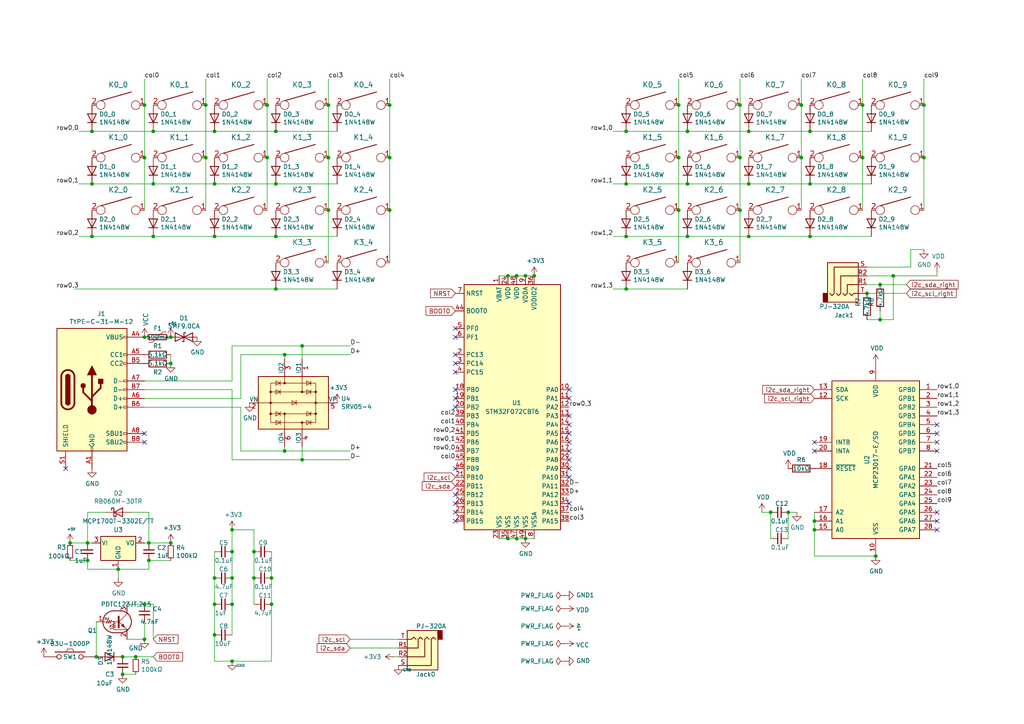
<source format=kicad_sch>
(kicad_sch (version 20230121) (generator eeschema)
  (paper "A4")
  (junction (at 20.32 157.48))
  (junction (at 95.25 30.48))
  (junction (at 67.31 191.77))
  (junction (at 95.25 45.72))
  (junction (at 26.67 38.1))
  (junction (at 154.94 80.01))
  (junction (at 196.85 30.48))
  (junction (at 196.85 60.96))
  (junction (at 80.01 68.58))
  (junction (at 95.25 60.96))
  (junction (at 67.31 175.26))
  (junction (at 255.27 92.71))
  (junction (at 196.85 45.72))
  (junction (at 254 161.29))
  (junction (at 267.97 30.48))
  (junction (at 80.01 53.34))
  (junction (at 41.91 185.42))
  (junction (at 25.4 157.48))
  (junction (at 80.01 38.1))
  (junction (at 267.97 45.72))
  (junction (at 152.4 156.21))
  (junction (at 62.23 167.64))
  (junction (at 35.56 195.58))
  (junction (at 62.23 68.58))
  (junction (at 34.29 165.1))
  (junction (at 82.55 102.87))
  (junction (at 214.63 30.48))
  (junction (at 26.67 68.58))
  (junction (at 217.17 68.58))
  (junction (at 217.17 53.34))
  (junction (at 73.66 167.64))
  (junction (at 223.52 148.59))
  (junction (at 25.4 162.56))
  (junction (at 62.23 184.15))
  (junction (at 62.23 53.34))
  (junction (at 87.63 100.33))
  (junction (at 199.39 68.58))
  (junction (at 147.32 80.01))
  (junction (at 234.95 68.58))
  (junction (at 181.61 53.34))
  (junction (at 149.86 156.21))
  (junction (at 251.46 85.09))
  (junction (at 78.74 167.64))
  (junction (at 181.61 68.58))
  (junction (at 44.45 53.34))
  (junction (at 234.95 53.34))
  (junction (at 113.03 60.96))
  (junction (at 67.31 160.02))
  (junction (at 250.19 45.72))
  (junction (at 77.47 45.72))
  (junction (at 236.22 151.13))
  (junction (at 35.56 190.5))
  (junction (at 82.55 130.81))
  (junction (at 80.01 83.82))
  (junction (at 236.22 153.67))
  (junction (at 234.95 38.1))
  (junction (at 259.08 80.01))
  (junction (at 214.63 45.72))
  (junction (at 113.03 30.48))
  (junction (at 59.69 45.72))
  (junction (at 250.19 30.48))
  (junction (at 44.45 68.58))
  (junction (at 228.6 148.59))
  (junction (at 62.23 175.26))
  (junction (at 41.91 45.72))
  (junction (at 44.45 38.1))
  (junction (at 49.53 157.48))
  (junction (at 41.91 175.26))
  (junction (at 78.74 175.26))
  (junction (at 43.18 162.56))
  (junction (at 181.61 83.82))
  (junction (at 152.4 80.01))
  (junction (at 67.31 167.64))
  (junction (at 147.32 156.21))
  (junction (at 255.27 82.55))
  (junction (at 232.41 45.72))
  (junction (at 49.53 105.41))
  (junction (at 26.67 53.34))
  (junction (at 41.91 30.48))
  (junction (at 232.41 30.48))
  (junction (at 67.31 153.67))
  (junction (at 59.69 30.48))
  (junction (at 87.63 133.35))
  (junction (at 41.91 97.79))
  (junction (at 62.23 38.1))
  (junction (at 113.03 45.72))
  (junction (at 199.39 38.1))
  (junction (at 39.37 190.5))
  (junction (at 77.47 30.48))
  (junction (at 214.63 60.96))
  (junction (at 217.17 38.1))
  (junction (at 199.39 53.34))
  (junction (at 49.53 97.79))
  (junction (at 27.94 190.5))
  (junction (at 181.61 38.1))
  (junction (at 73.66 160.02))
  (junction (at 43.18 157.48))
  (junction (at 149.86 80.01))
  (no_connect (at 165.1 146.05))
  (no_connect (at 132.08 146.05))
  (no_connect (at 165.1 133.35))
  (no_connect (at 165.1 128.27))
  (no_connect (at 165.1 135.89))
  (no_connect (at 165.1 115.57))
  (no_connect (at 41.91 128.27))
  (no_connect (at 236.22 128.27))
  (no_connect (at 132.08 115.57))
  (no_connect (at 19.05 135.89))
  (no_connect (at 165.1 120.65))
  (no_connect (at 165.1 130.81))
  (no_connect (at 271.78 148.59))
  (no_connect (at 271.78 123.19))
  (no_connect (at 271.78 151.13))
  (no_connect (at 132.08 143.51))
  (no_connect (at 132.08 148.59))
  (no_connect (at 165.1 123.19))
  (no_connect (at 165.1 138.43))
  (no_connect (at 132.08 135.89))
  (no_connect (at 388.62 93.98))
  (no_connect (at 132.08 118.11))
  (no_connect (at 132.08 113.03))
  (no_connect (at 132.08 97.79))
  (no_connect (at 271.78 125.73))
  (no_connect (at 271.78 128.27))
  (no_connect (at 165.1 113.03))
  (no_connect (at 271.78 130.81))
  (no_connect (at 132.08 107.95))
  (no_connect (at 165.1 125.73))
  (no_connect (at 41.91 125.73))
  (no_connect (at 132.08 105.41))
  (no_connect (at 236.22 130.81))
  (no_connect (at 132.08 151.13))
  (no_connect (at 132.08 95.25))
  (no_connect (at 271.78 153.67))
  (no_connect (at 132.08 102.87))
  (wire (pts (xy 77.47 45.72) (xy 77.47 60.96)))
  (wire (pts (xy 67.31 113.03) (xy 67.31 133.35)))
  (wire (pts (xy 41.91 185.42) (xy 41.91 180.34)))
  (wire (pts (xy 44.45 190.5) (xy 39.37 190.5)))
  (wire (pts (xy 73.66 167.64) (xy 73.66 175.26)))
  (wire (pts (xy 236.22 151.13) (xy 236.22 153.67)))
  (wire (pts (xy 26.67 68.58) (xy 44.45 68.58)))
  (wire (pts (xy 177.8 53.34) (xy 181.61 53.34)))
  (wire (pts (xy 80.01 68.58) (xy 62.23 68.58)))
  (wire (pts (xy 232.41 22.86) (xy 232.41 30.48)))
  (wire (pts (xy 152.4 80.01) (xy 154.94 80.01)))
  (wire (pts (xy 78.74 167.64) (xy 78.74 160.02)))
  (wire (pts (xy 252.73 53.34) (xy 234.95 53.34)))
  (wire (pts (xy 25.4 157.48) (xy 20.32 157.48)))
  (wire (pts (xy 255.27 92.71) (xy 259.08 92.71)))
  (wire (pts (xy 231.14 148.59) (xy 228.6 148.59)))
  (wire (pts (xy 87.63 100.33) (xy 87.63 104.14)))
  (wire (pts (xy 62.23 160.02) (xy 62.23 167.64)))
  (wire (pts (xy 43.18 162.56) (xy 49.53 162.56)))
  (wire (pts (xy 95.25 76.2) (xy 95.25 60.96)))
  (wire (pts (xy 252.73 68.58) (xy 234.95 68.58)))
  (wire (pts (xy 95.25 45.72) (xy 95.25 60.96)))
  (wire (pts (xy 196.85 45.72) (xy 196.85 60.96)))
  (wire (pts (xy 177.8 83.82) (xy 181.61 83.82)))
  (wire (pts (xy 41.91 113.03) (xy 67.31 113.03)))
  (wire (pts (xy 41.91 157.48) (xy 43.18 157.48)))
  (wire (pts (xy 95.25 30.48) (xy 95.25 45.72)))
  (wire (pts (xy 250.19 22.86) (xy 250.19 30.48)))
  (wire (pts (xy 259.08 80.01) (xy 271.78 80.01)))
  (wire (pts (xy 44.45 175.26) (xy 41.91 175.26)))
  (wire (pts (xy 144.78 156.21) (xy 147.32 156.21)))
  (wire (pts (xy 181.61 83.82) (xy 199.39 83.82)))
  (wire (pts (xy 232.41 45.72) (xy 232.41 60.96)))
  (wire (pts (xy 255.27 90.17) (xy 255.27 92.71)))
  (wire (pts (xy 43.18 165.1) (xy 43.18 162.56)))
  (wire (pts (xy 199.39 38.1) (xy 217.17 38.1)))
  (wire (pts (xy 80.01 83.82) (xy 97.79 83.82)))
  (wire (pts (xy 59.69 22.86) (xy 59.69 30.48)))
  (wire (pts (xy 196.85 30.48) (xy 196.85 45.72)))
  (wire (pts (xy 199.39 53.34) (xy 217.17 53.34)))
  (wire (pts (xy 234.95 53.34) (xy 217.17 53.34)))
  (wire (pts (xy 87.63 133.35) (xy 101.6 133.35)))
  (wire (pts (xy 67.31 167.64) (xy 67.31 175.26)))
  (wire (pts (xy 250.19 30.48) (xy 250.19 45.72)))
  (wire (pts (xy 25.4 165.1) (xy 34.29 165.1)))
  (wire (pts (xy 22.86 68.58) (xy 26.67 68.58)))
  (wire (pts (xy 251.46 82.55) (xy 255.27 82.55)))
  (wire (pts (xy 49.53 102.87) (xy 49.53 105.41)))
  (wire (pts (xy 44.45 53.34) (xy 62.23 53.34)))
  (wire (pts (xy 177.8 68.58) (xy 181.61 68.58)))
  (wire (pts (xy 20.32 162.56) (xy 25.4 162.56)))
  (wire (pts (xy 97.79 68.58) (xy 80.01 68.58)))
  (wire (pts (xy 69.85 115.57) (xy 69.85 102.87)))
  (wire (pts (xy 59.69 30.48) (xy 59.69 45.72)))
  (wire (pts (xy 25.4 157.48) (xy 25.4 148.59)))
  (wire (pts (xy 113.03 30.48) (xy 113.03 45.72)))
  (wire (pts (xy 255.27 92.71) (xy 251.46 92.71)))
  (wire (pts (xy 82.55 130.81) (xy 101.6 130.81)))
  (wire (pts (xy 34.29 165.1) (xy 43.18 165.1)))
  (wire (pts (xy 149.86 80.01) (xy 152.4 80.01)))
  (wire (pts (xy 97.79 53.34) (xy 80.01 53.34)))
  (wire (pts (xy 67.31 160.02) (xy 67.31 167.64)))
  (wire (pts (xy 43.18 148.59) (xy 38.1 148.59)))
  (wire (pts (xy 27.94 180.34) (xy 27.94 190.5)))
  (wire (pts (xy 25.4 162.56) (xy 25.4 165.1)))
  (wire (pts (xy 251.46 77.47) (xy 264.16 77.47)))
  (wire (pts (xy 82.55 130.81) (xy 82.55 129.54)))
  (wire (pts (xy 22.86 53.34) (xy 26.67 53.34)))
  (wire (pts (xy 62.23 175.26) (xy 62.23 184.15)))
  (wire (pts (xy 271.78 80.01) (xy 271.78 78.74)))
  (wire (pts (xy 35.56 195.58) (xy 39.37 195.58)))
  (wire (pts (xy 78.74 175.26) (xy 78.74 167.64)))
  (wire (pts (xy 34.29 165.1) (xy 34.29 167.64)))
  (wire (pts (xy 251.46 85.09) (xy 262.89 85.09)))
  (wire (pts (xy 44.45 185.42) (xy 44.45 175.26)))
  (wire (pts (xy 41.91 118.11) (xy 69.85 118.11)))
  (wire (pts (xy 26.67 53.34) (xy 44.45 53.34)))
  (wire (pts (xy 255.27 82.55) (xy 262.89 82.55)))
  (wire (pts (xy 69.85 118.11) (xy 69.85 130.81)))
  (wire (pts (xy 62.23 191.77) (xy 67.31 191.77)))
  (wire (pts (xy 69.85 102.87) (xy 82.55 102.87)))
  (wire (pts (xy 39.37 190.5) (xy 35.56 190.5)))
  (wire (pts (xy 196.85 76.2) (xy 196.85 60.96)))
  (wire (pts (xy 95.25 22.86) (xy 95.25 30.48)))
  (wire (pts (xy 267.97 30.48) (xy 267.97 45.72)))
  (wire (pts (xy 236.22 148.59) (xy 236.22 151.13)))
  (wire (pts (xy 214.63 45.72) (xy 214.63 60.96)))
  (wire (pts (xy 181.61 53.34) (xy 199.39 53.34)))
  (wire (pts (xy 101.6 187.96) (xy 115.57 187.96)))
  (wire (pts (xy 26.67 157.48) (xy 25.4 157.48)))
  (wire (pts (xy 67.31 110.49) (xy 67.31 100.33)))
  (wire (pts (xy 43.18 157.48) (xy 49.53 157.48)))
  (wire (pts (xy 264.16 77.47) (xy 264.16 72.39)))
  (wire (pts (xy 228.6 156.21) (xy 228.6 148.59)))
  (wire (pts (xy 252.73 38.1) (xy 234.95 38.1)))
  (wire (pts (xy 236.22 161.29) (xy 254 161.29)))
  (wire (pts (xy 22.86 38.1) (xy 26.67 38.1)))
  (wire (pts (xy 77.47 30.48) (xy 77.47 45.72)))
  (wire (pts (xy 41.91 45.72) (xy 41.91 60.96)))
  (wire (pts (xy 26.67 38.1) (xy 44.45 38.1)))
  (wire (pts (xy 113.03 76.2) (xy 113.03 60.96)))
  (wire (pts (xy 250.19 45.72) (xy 250.19 60.96)))
  (wire (pts (xy 214.63 22.86) (xy 214.63 30.48)))
  (wire (pts (xy 154.94 156.21) (xy 152.4 156.21)))
  (wire (pts (xy 73.66 153.67) (xy 73.66 160.02)))
  (wire (pts (xy 41.91 115.57) (xy 69.85 115.57)))
  (wire (pts (xy 234.95 38.1) (xy 217.17 38.1)))
  (wire (pts (xy 62.23 184.15) (xy 62.23 191.77)))
  (wire (pts (xy 214.63 60.96) (xy 214.63 76.2)))
  (wire (pts (xy 223.52 156.21) (xy 223.52 148.59)))
  (wire (pts (xy 36.83 175.26) (xy 41.91 175.26)))
  (wire (pts (xy 44.45 68.58) (xy 62.23 68.58)))
  (wire (pts (xy 251.46 80.01) (xy 259.08 80.01)))
  (wire (pts (xy 147.32 156.21) (xy 149.86 156.21)))
  (wire (pts (xy 67.31 153.67) (xy 73.66 153.67)))
  (wire (pts (xy 87.63 133.35) (xy 87.63 129.54)))
  (wire (pts (xy 78.74 191.77) (xy 78.74 175.26)))
  (wire (pts (xy 113.03 22.86) (xy 113.03 30.48)))
  (wire (pts (xy 267.97 45.72) (xy 267.97 60.96)))
  (wire (pts (xy 67.31 175.26) (xy 67.31 184.15)))
  (wire (pts (xy 73.66 160.02) (xy 73.66 167.64)))
  (wire (pts (xy 267.97 22.86) (xy 267.97 30.48)))
  (wire (pts (xy 232.41 30.48) (xy 232.41 45.72)))
  (wire (pts (xy 77.47 22.86) (xy 77.47 30.48)))
  (wire (pts (xy 87.63 100.33) (xy 101.6 100.33)))
  (wire (pts (xy 97.79 38.1) (xy 80.01 38.1)))
  (wire (pts (xy 113.03 45.72) (xy 113.03 60.96)))
  (wire (pts (xy 115.57 190.5) (xy 114.3 190.5)))
  (wire (pts (xy 177.8 38.1) (xy 181.61 38.1)))
  (wire (pts (xy 41.91 22.86) (xy 41.91 30.48)))
  (wire (pts (xy 41.91 30.48) (xy 41.91 45.72)))
  (wire (pts (xy 21.59 83.82) (xy 80.01 83.82)))
  (wire (pts (xy 67.31 100.33) (xy 87.63 100.33)))
  (wire (pts (xy 36.83 185.42) (xy 41.91 185.42)))
  (wire (pts (xy 82.55 102.87) (xy 101.6 102.87)))
  (wire (pts (xy 181.61 38.1) (xy 199.39 38.1)))
  (wire (pts (xy 67.31 160.02) (xy 67.31 153.67)))
  (wire (pts (xy 181.61 68.58) (xy 199.39 68.58)))
  (wire (pts (xy 220.98 148.59) (xy 223.52 148.59)))
  (wire (pts (xy 59.69 45.72) (xy 59.69 60.96)))
  (wire (pts (xy 67.31 133.35) (xy 87.63 133.35)))
  (wire (pts (xy 199.39 68.58) (xy 217.17 68.58)))
  (wire (pts (xy 25.4 148.59) (xy 30.48 148.59)))
  (wire (pts (xy 217.17 68.58) (xy 234.95 68.58)))
  (wire (pts (xy 214.63 30.48) (xy 214.63 45.72)))
  (wire (pts (xy 82.55 102.87) (xy 82.55 104.14)))
  (wire (pts (xy 101.6 185.42) (xy 115.57 185.42)))
  (wire (pts (xy 43.18 157.48) (xy 43.18 148.59)))
  (wire (pts (xy 44.45 38.1) (xy 62.23 38.1)))
  (wire (pts (xy 196.85 22.86) (xy 196.85 30.48)))
  (wire (pts (xy 69.85 130.81) (xy 82.55 130.81)))
  (wire (pts (xy 80.01 53.34) (xy 62.23 53.34)))
  (wire (pts (xy 147.32 80.01) (xy 149.86 80.01)))
  (wire (pts (xy 149.86 156.21) (xy 152.4 156.21)))
  (wire (pts (xy 264.16 72.39) (xy 267.97 72.39)))
  (wire (pts (xy 41.91 110.49) (xy 67.31 110.49)))
  (wire (pts (xy 236.22 153.67) (xy 236.22 161.29)))
  (wire (pts (xy 80.01 38.1) (xy 62.23 38.1)))
  (wire (pts (xy 62.23 167.64) (xy 62.23 175.26)))
  (wire (pts (xy 259.08 92.71) (xy 259.08 80.01)))
  (wire (pts (xy 67.31 191.77) (xy 78.74 191.77)))
  (wire (pts (xy 144.78 80.01) (xy 147.32 80.01)))
  (label "col1" (at 59.69 22.86 0))
  (label "D-" (at 165.1 140.97 0))
  (label "col8" (at 250.19 22.86 0))
  (label "row0,0" (at 132.08 130.81 180))
  (label "row0,1" (at 132.08 128.27 180))
  (label "row1,0" (at 177.8 38.1 180))
  (label "row0,0" (at 22.86 38.1 180))
  (label "col8" (at 271.78 143.51 0))
  (label "col3" (at 95.25 22.86 0))
  (label "D+" (at 101.6 102.87 0))
  (label "row0,3" (at 165.1 118.11 0))
  (label "row0,2" (at 22.86 68.58 180))
  (label "col7" (at 232.41 22.86 0))
  (label "D-" (at 101.6 133.35 0))
  (label "row0,2" (at 132.08 125.73 180))
  (label "col3" (at 165.1 151.13 0))
  (label "row1,1" (at 177.8 53.34 180))
  (label "col1" (at 132.08 123.19 180))
  (label "row1,0" (at 271.78 113.03 0))
  (label "row1,3" (at 177.8 83.82 180))
  (label "col6" (at 271.78 138.43 0))
  (label "col5" (at 271.78 135.89 0))
  (label "col2" (at 77.47 22.86 0))
  (label "row1,2" (at 271.78 118.11 0))
  (label "row1,2" (at 177.8 68.58 180))
  (label "row1,3" (at 271.78 120.65 0))
  (label "col7" (at 271.78 140.97 0))
  (label "col0" (at 41.91 22.86 0))
  (label "row0,3" (at 22.86 83.82 180))
  (label "col6" (at 214.63 22.86 0))
  (label "D-" (at 101.6 100.33 0))
  (label "col4" (at 165.1 148.59 0))
  (label "D+" (at 165.1 143.51 0))
  (label "col4" (at 113.03 22.86 0))
  (label "row1,1" (at 271.78 115.57 0))
  (label "col0" (at 132.08 133.35 180))
  (label "col9" (at 267.97 22.86 0))
  (label "D+" (at 101.6 130.81 0))
  (label "col5" (at 196.85 22.86 0))
  (label "row0,1" (at 22.86 53.34 180))
  (label "col2" (at 132.08 120.65 180))
  (label "col9" (at 271.78 146.05 0))
  (global_label "i2c_scl_right" (shape input) (at 236.22 115.57 180) (property "Intersheetrefs" "${INTERSHEET_REFS}" (effects hide)))
  (global_label "NRST" (shape input) (at 44.45 185.42 0) (property "Intersheetrefs" "${INTERSHEET_REFS}" (effects hide)))
  (global_label "BOOT0" (shape input) (at 132.08 90.17 180) (property "Intersheetrefs" "${INTERSHEET_REFS}" (effects hide)))
  (global_label "i2c_scl" (shape input) (at 101.6 185.42 180) (property "Intersheetrefs" "${INTERSHEET_REFS}" (effects hide)))
  (global_label "i2c_scl" (shape input) (at 132.08 138.43 180) (property "Intersheetrefs" "${INTERSHEET_REFS}" (effects hide)))
  (global_label "i2c_scl_right" (shape input) (at 262.89 85.09 0) (property "Intersheetrefs" "${INTERSHEET_REFS}" (effects hide)))
  (global_label "NRST" (shape input) (at 132.08 85.09 180) (property "Intersheetrefs" "${INTERSHEET_REFS}" (effects hide)))
  (global_label "i2c_sda" (shape input) (at 132.08 140.97 180) (property "Intersheetrefs" "${INTERSHEET_REFS}" (effects hide)))
  (global_label "i2c_sda" (shape input) (at 101.6 187.96 180) (property "Intersheetrefs" "${INTERSHEET_REFS}" (effects hide)))
  (global_label "i2c_sda_right" (shape input) (at 262.89 82.55 0) (property "Intersheetrefs" "${INTERSHEET_REFS}" (effects hide)))
  (global_label "BOOT0" (shape input) (at 44.45 190.5 0) (property "Intersheetrefs" "${INTERSHEET_REFS}" (effects hide)))
  (global_label "i2c_sda_right" (shape input) (at 236.22 113.03 180) (property "Intersheetrefs" "${INTERSHEET_REFS}" (effects hide)))
  (symbol (lib_id "Interface_Expansion:MCP23017_SO") (at 254 133.35 0) (unit 1)
    (property "Reference" "U2" (at 251.46 133.35 90))
    (property "Value" "MCP23017-E/SO" (at 254 133.35 90))
    (property "Footprint" "Package_SO:SOIC-28W_7.5x17.9mm_P1.27mm" (effects hide))
    (property "Datasheet" "http://ww1.microchip.com/downloads/en/DeviceDoc/20001952C.pdf" (effects hide))
    (property "LCSC Part" "C47023" (effects hide))
    (property "Part Name" "I/O Expander" (effects hide))
  )
  (symbol (lib_id "Device:R") (at 45.72 102.87 270) (unit 1)
    (property "Reference" "R1" (at 45.72 100.33 90))
    (property "Value" "5.1kΩ" (at 45.72 102.87 90))
    (property "Footprint" "Resistor_SMD:R_0805_2012Metric_Pad1.15x1.40mm_HandSolder" (effects hide))
    (property "LCSC Part" "C27834" (effects hide))
    (property "Part Name" "Resistor" (effects hide))
  )
  (symbol (lib_id "Device:R") (at 45.72 105.41 270) (unit 1)
    (property "Reference" "R2" (at 45.72 107.95 90))
    (property "Value" "5.1kΩ" (at 45.72 105.41 90))
    (property "Footprint" "Resistor_SMD:R_0805_2012Metric_Pad1.15x1.40mm_HandSolder" (effects hide))
    (property "LCSC Part" "C27834" (effects hide))
    (property "Part Name" "Resistor" (effects hide))
  )
  (symbol (lib_id "Device:C_Small") (at 226.06 148.59 270) (unit 1)
    (property "Reference" "C12" (at 224.79 146.05 90) (effects (justify left)))
    (property "Value" "0.1uF" (at 223.52 151.13 90) (effects (justify left)))
    (property "Footprint" "Capacitor_SMD:C_0805_2012Metric_Pad1.15x1.40mm_HandSolder" (effects hide))
    (property "LCSC Part" "C49678" (effects hide))
    (property "Part Name" "Capacitor" (effects hide))
  )
  (symbol (lib_id "keyboard_parts:KEYSW") (at 34.29 30.48 0) (unit 1)
    (property "Reference" "K0_0" (at 34.29 24.5618 0) (effects (font (size 1.524 1.524))))
    (property "Value" "KEYSW" (effects hide))
    (property "Footprint" "switches:Choc_PG1350_Choc_Spacing" (effects hide))
    (property "DNP" "true" (effects hide))
    (property "JLCPCB BOM" "false" (effects hide))
    (property "Part Name" "Key" (effects hide))
  )
  (symbol (lib_id "Device:D") (at 26.67 34.29 90) (unit 1)
    (property "Reference" "D0_0" (at 28.702 33.1216 90) (effects (justify right)))
    (property "Value" "1N4148W" (at 28.702 35.433 90) (effects (justify right)))
    (property "Footprint" "Diode_SMD:D_SOD-123" (effects hide))
    (property "LCSC Part" "C81598" (effects hide))
    (property "Part Name" "Diode" (effects hide))
  )
  (symbol (lib_id "keyboard_parts:KEYSW") (at 34.29 45.72 0) (unit 1)
    (property "Reference" "K1_0" (at 34.29 39.8018 0) (effects (font (size 1.524 1.524))))
    (property "Value" "KEYSW" (effects hide))
    (property "Footprint" "switches:Choc_PG1350_Choc_Spacing" (effects hide))
    (property "DNP" "true" (effects hide))
    (property "JLCPCB BOM" "false" (effects hide))
    (property "Part Name" "Key" (effects hide))
  )
  (symbol (lib_id "Device:D") (at 26.67 49.53 90) (unit 1)
    (property "Reference" "D1_0" (at 28.702 48.3616 90) (effects (justify right)))
    (property "Value" "1N4148W" (at 28.702 50.673 90) (effects (justify right)))
    (property "Footprint" "Diode_SMD:D_SOD-123" (effects hide))
    (property "LCSC Part" "C81598" (effects hide))
    (property "Part Name" "Diode" (effects hide))
  )
  (symbol (lib_id "Device:D") (at 44.45 34.29 90) (unit 1)
    (property "Reference" "D0_1" (at 46.482 33.1216 90) (effects (justify right)))
    (property "Value" "1N4148W" (at 46.482 35.433 90) (effects (justify right)))
    (property "Footprint" "Diode_SMD:D_SOD-123" (effects hide))
    (property "LCSC Part" "C81598" (effects hide))
    (property "Part Name" "Diode" (effects hide))
  )
  (symbol (lib_id "Device:D") (at 44.45 49.53 90) (unit 1)
    (property "Reference" "D1_1" (at 46.482 48.3616 90) (effects (justify right)))
    (property "Value" "1N4148W" (at 46.482 50.673 90) (effects (justify right)))
    (property "Footprint" "Diode_SMD:D_SOD-123" (effects hide))
    (property "LCSC Part" "C81598" (effects hide))
    (property "Part Name" "Diode" (effects hide))
  )
  (symbol (lib_id "keyboard_parts:KEYSW") (at 52.07 45.72 0) (unit 1)
    (property "Reference" "K1_1" (at 52.07 39.8018 0) (effects (font (size 1.524 1.524))))
    (property "Value" "KEYSW" (effects hide))
    (property "Footprint" "switches:Choc_PG1350_Choc_Spacing" (effects hide))
    (property "DNP" "true" (effects hide))
    (property "JLCPCB BOM" "false" (effects hide))
    (property "Part Name" "Key" (effects hide))
  )
  (symbol (lib_id "keyboard_parts:KEYSW") (at 69.85 30.48 0) (unit 1)
    (property "Reference" "K0_2" (at 69.85 24.5618 0) (effects (font (size 1.524 1.524))))
    (property "Value" "KEYSW" (effects hide))
    (property "Footprint" "switches:Choc_PG1350_Choc_Spacing" (effects hide))
    (property "DNP" "true" (effects hide))
    (property "JLCPCB BOM" "false" (effects hide))
    (property "Part Name" "Key" (effects hide))
  )
  (symbol (lib_id "Device:D") (at 62.23 34.29 90) (unit 1)
    (property "Reference" "D0_2" (at 64.262 33.1216 90) (effects (justify right)))
    (property "Value" "1N4148W" (at 64.262 35.433 90) (effects (justify right)))
    (property "Footprint" "Diode_SMD:D_SOD-123" (effects hide))
    (property "LCSC Part" "C81598" (effects hide))
    (property "Part Name" "Diode" (effects hide))
  )
  (symbol (lib_id "keyboard_parts:KEYSW") (at 52.07 30.48 0) (unit 1)
    (property "Reference" "K0_1" (at 52.07 24.5618 0) (effects (font (size 1.524 1.524))))
    (property "Value" "KEYSW" (effects hide))
    (property "Footprint" "switches:Choc_PG1350_Choc_Spacing" (effects hide))
    (property "DNP" "true" (effects hide))
    (property "JLCPCB BOM" "false" (effects hide))
    (property "Part Name" "Key" (effects hide))
  )
  (symbol (lib_id "keyboard_parts:KEYSW") (at 69.85 45.72 0) (unit 1)
    (property "Reference" "K1_2" (at 69.85 39.8018 0) (effects (font (size 1.524 1.524))))
    (property "Value" "KEYSW" (effects hide))
    (property "Footprint" "switches:Choc_PG1350_Choc_Spacing" (effects hide))
    (property "DNP" "true" (effects hide))
    (property "JLCPCB BOM" "false" (effects hide))
    (property "Part Name" "Key" (effects hide))
  )
  (symbol (lib_id "Device:D") (at 62.23 49.53 90) (unit 1)
    (property "Reference" "D1_2" (at 64.262 48.3616 90) (effects (justify right)))
    (property "Value" "1N4148W" (at 64.262 50.673 90) (effects (justify right)))
    (property "Footprint" "Diode_SMD:D_SOD-123" (effects hide))
    (property "LCSC Part" "C81598" (effects hide))
    (property "Part Name" "Diode" (effects hide))
  )
  (symbol (lib_id "keyboard_parts:KEYSW") (at 34.29 60.96 0) (unit 1)
    (property "Reference" "K2_0" (at 34.29 55.0418 0) (effects (font (size 1.524 1.524))))
    (property "Value" "KEYSW" (effects hide))
    (property "Footprint" "switches:Choc_PG1350_Choc_Spacing" (effects hide))
    (property "DNP" "true" (effects hide))
    (property "JLCPCB BOM" "false" (effects hide))
    (property "Part Name" "Key" (effects hide))
  )
  (symbol (lib_id "Device:D") (at 26.67 64.77 90) (unit 1)
    (property "Reference" "D2_0" (at 28.702 63.6016 90) (effects (justify right)))
    (property "Value" "1N4148W" (at 28.702 65.913 90) (effects (justify right)))
    (property "Footprint" "Diode_SMD:D_SOD-123" (effects hide))
    (property "LCSC Part" "C81598" (effects hide))
    (property "Part Name" "Diode" (effects hide))
  )
  (symbol (lib_id "keyboard_parts:KEYSW") (at 52.07 60.96 0) (unit 1)
    (property "Reference" "K2_1" (at 52.07 55.0418 0) (effects (font (size 1.524 1.524))))
    (property "Value" "KEYSW" (effects hide))
    (property "Footprint" "switches:Choc_PG1350_Choc_Spacing" (effects hide))
    (property "DNP" "true" (effects hide))
    (property "JLCPCB BOM" "false" (effects hide))
    (property "Part Name" "Key" (effects hide))
  )
  (symbol (lib_id "keyboard_parts:KEYSW") (at 69.85 60.96 0) (unit 1)
    (property "Reference" "K2_2" (at 69.85 55.0418 0) (effects (font (size 1.524 1.524))))
    (property "Value" "KEYSW" (effects hide))
    (property "Footprint" "switches:Choc_PG1350_Choc_Spacing" (effects hide))
    (property "DNP" "true" (effects hide))
    (property "JLCPCB BOM" "false" (effects hide))
    (property "Part Name" "Key" (effects hide))
  )
  (symbol (lib_id "Device:D") (at 44.45 64.77 90) (unit 1)
    (property "Reference" "D2_1" (at 46.482 63.6016 90) (effects (justify right)))
    (property "Value" "1N4148W" (at 46.482 65.913 90) (effects (justify right)))
    (property "Footprint" "Diode_SMD:D_SOD-123" (effects hide))
    (property "LCSC Part" "C81598" (effects hide))
    (property "Part Name" "Diode" (effects hide))
  )
  (symbol (lib_id "Device:D") (at 62.23 64.77 90) (unit 1)
    (property "Reference" "D2_2" (at 64.262 63.6016 90) (effects (justify right)))
    (property "Value" "1N4148W" (at 64.262 65.913 90) (effects (justify right)))
    (property "Footprint" "Diode_SMD:D_SOD-123" (effects hide))
    (property "LCSC Part" "C81598" (effects hide))
    (property "Part Name" "Diode" (effects hide))
  )
  (symbol (lib_id "keyboard_parts:KEYSW") (at 87.63 30.48 0) (unit 1)
    (property "Reference" "K0_3" (at 87.63 24.5618 0) (effects (font (size 1.524 1.524))))
    (property "Value" "KEYSW" (effects hide))
    (property "Footprint" "switches:Choc_PG1350_Choc_Spacing" (effects hide))
    (property "DNP" "true" (effects hide))
    (property "JLCPCB BOM" "false" (effects hide))
    (property "Part Name" "Key" (effects hide))
  )
  (symbol (lib_id "keyboard_parts:KEYSW") (at 87.63 45.72 0) (unit 1)
    (property "Reference" "K1_3" (at 87.63 39.8018 0) (effects (font (size 1.524 1.524))))
    (property "Value" "KEYSW" (effects hide))
    (property "Footprint" "switches:Choc_PG1350_Choc_Spacing" (effects hide))
    (property "DNP" "true" (effects hide))
    (property "JLCPCB BOM" "false" (effects hide))
    (property "Part Name" "Key" (effects hide))
  )
  (symbol (lib_id "keyboard_parts:KEYSW") (at 87.63 60.96 0) (unit 1)
    (property "Reference" "K2_3" (at 87.63 55.0418 0) (effects (font (size 1.524 1.524))))
    (property "Value" "KEYSW" (effects hide))
    (property "Footprint" "switches:Choc_PG1350_Choc_Spacing" (effects hide))
    (property "DNP" "true" (effects hide))
    (property "JLCPCB BOM" "false" (effects hide))
    (property "Part Name" "Key" (effects hide))
  )
  (symbol (lib_id "Device:D") (at 80.01 34.29 90) (unit 1)
    (property "Reference" "D0_3" (at 82.042 33.1216 90) (effects (justify right)))
    (property "Value" "1N4148W" (at 82.042 35.433 90) (effects (justify right)))
    (property "Footprint" "Diode_SMD:D_SOD-123" (effects hide))
    (property "LCSC Part" "C81598" (effects hide))
    (property "Part Name" "Diode" (effects hide))
  )
  (symbol (lib_id "Device:D") (at 80.01 49.53 90) (unit 1)
    (property "Reference" "D1_3" (at 82.042 48.3616 90) (effects (justify right)))
    (property "Value" "1N4148W" (at 82.042 50.673 90) (effects (justify right)))
    (property "Footprint" "Diode_SMD:D_SOD-123" (effects hide))
    (property "LCSC Part" "C81598" (effects hide))
    (property "Part Name" "Diode" (effects hide))
  )
  (symbol (lib_id "Device:D") (at 80.01 64.77 90) (unit 1)
    (property "Reference" "D2_3" (at 82.042 63.6016 90) (effects (justify right)))
    (property "Value" "1N4148W" (at 82.042 65.913 90) (effects (justify right)))
    (property "Footprint" "Diode_SMD:D_SOD-123" (effects hide))
    (property "LCSC Part" "C81598" (effects hide))
    (property "Part Name" "Diode" (effects hide))
  )
  (symbol (lib_id "keyboard_parts:KEYSW") (at 105.41 30.48 0) (unit 1)
    (property "Reference" "K0_4" (at 105.41 24.5618 0) (effects (font (size 1.524 1.524))))
    (property "Value" "KEYSW" (effects hide))
    (property "Footprint" "switches:Choc_PG1350_Choc_Spacing" (effects hide))
    (property "DNP" "true" (effects hide))
    (property "JLCPCB BOM" "false" (effects hide))
    (property "Part Name" "Key" (effects hide))
  )
  (symbol (lib_id "Device:D") (at 97.79 34.29 90) (unit 1)
    (property "Reference" "D0_4" (at 99.822 33.1216 90) (effects (justify right)))
    (property "Value" "1N4148W" (at 99.822 35.433 90) (effects (justify right)))
    (property "Footprint" "Diode_SMD:D_SOD-123" (effects hide))
    (property "LCSC Part" "C81598" (effects hide))
    (property "Part Name" "Diode" (effects hide))
  )
  (symbol (lib_id "keyboard_parts:KEYSW") (at 105.41 45.72 0) (unit 1)
    (property "Reference" "K1_4" (at 105.41 39.8018 0) (effects (font (size 1.524 1.524))))
    (property "Value" "KEYSW" (effects hide))
    (property "Footprint" "switches:Choc_PG1350_Choc_Spacing" (effects hide))
    (property "DNP" "true" (effects hide))
    (property "JLCPCB BOM" "false" (effects hide))
    (property "Part Name" "Key" (effects hide))
  )
  (symbol (lib_id "Device:D") (at 97.79 49.53 90) (unit 1)
    (property "Reference" "D1_4" (at 99.822 48.3616 90) (effects (justify right)))
    (property "Value" "1N4148W" (at 99.822 50.673 90) (effects (justify right)))
    (property "Footprint" "Diode_SMD:D_SOD-123" (effects hide))
    (property "LCSC Part" "C81598" (effects hide))
    (property "Part Name" "Diode" (effects hide))
  )
  (symbol (lib_id "keyboard_parts:KEYSW") (at 105.41 60.96 0) (unit 1)
    (property "Reference" "K2_4" (at 105.41 55.0418 0) (effects (font (size 1.524 1.524))))
    (property "Value" "KEYSW" (effects hide))
    (property "Footprint" "switches:Choc_PG1350_Choc_Spacing" (effects hide))
    (property "DNP" "true" (effects hide))
    (property "JLCPCB BOM" "false" (effects hide))
    (property "Part Name" "Key" (effects hide))
  )
  (symbol (lib_id "Device:D") (at 97.79 64.77 90) (unit 1)
    (property "Reference" "D2_4" (at 99.822 63.6016 90) (effects (justify right)))
    (property "Value" "1N4148W" (at 99.822 65.913 90) (effects (justify right)))
    (property "Footprint" "Diode_SMD:D_SOD-123" (effects hide))
    (property "LCSC Part" "C81598" (effects hide))
    (property "Part Name" "Diode" (effects hide))
  )
  (symbol (lib_id "keyboard_parts:KEYSW") (at 87.63 76.2 0) (unit 1)
    (property "Reference" "K3_3" (at 87.63 70.2818 0) (effects (font (size 1.524 1.524))))
    (property "Value" "KEYSW" (effects hide))
    (property "Footprint" "switches:Choc_PG1350_Choc_Spacing" (effects hide))
    (property "DNP" "true" (effects hide))
    (property "JLCPCB BOM" "false" (effects hide))
    (property "Part Name" "Key" (effects hide))
  )
  (symbol (lib_id "keyboard_parts:KEYSW") (at 105.41 76.2 0) (unit 1)
    (property "Reference" "K3_4" (at 105.41 70.2818 0) (effects (font (size 1.524 1.524))))
    (property "Value" "KEYSW" (effects hide))
    (property "Footprint" "switches:Choc_PG1350_Choc_Spacing" (effects hide))
    (property "DNP" "true" (effects hide))
    (property "JLCPCB BOM" "false" (effects hide))
    (property "Part Name" "Key" (effects hide))
  )
  (symbol (lib_id "Device:D") (at 80.01 80.01 90) (unit 1)
    (property "Reference" "D3_3" (at 82.042 78.8416 90) (effects (justify right)))
    (property "Value" "1N4148W" (at 82.042 81.153 90) (effects (justify right)))
    (property "Footprint" "Diode_SMD:D_SOD-123" (effects hide))
    (property "LCSC Part" "C81598" (effects hide))
    (property "Part Name" "Diode" (effects hide))
  )
  (symbol (lib_id "Device:D") (at 97.79 80.01 90) (unit 1)
    (property "Reference" "D3_4" (at 99.822 78.8416 90) (effects (justify right)))
    (property "Value" "1N4148W" (at 99.822 81.153 90) (effects (justify right)))
    (property "Footprint" "Diode_SMD:D_SOD-123" (effects hide))
    (property "LCSC Part" "C81598" (effects hide))
    (property "Part Name" "Diode" (effects hide))
  )
  (symbol (lib_id "Connector:USB_C_Receptacle_USB2.0") (at 26.67 113.03 0) (unit 1)
    (property "Reference" "J1" (at 29.3878 91.0082 0))
    (property "Value" "TYPE-C-31-M-12" (at 29.3878 93.3196 0))
    (property "Footprint" "Connector_USB:USB_C_Receptacle_HRO_TYPE-C-31-M-12" (effects hide))
    (property "Datasheet" "https://www.usb.org/sites/default/files/documents/usb_type-c.zip" (effects hide))
    (property "LCSC Part" "C165948" (effects hide))
    (property "Part Name" "USB C" (effects hide))
  )
  (symbol (lib_id "Device:Polyfuse") (at 45.72 97.79 270) (unit 1)
    (property "Reference" "F1" (at 45.72 95.25 90))
    (property "Value" "500mA" (at 45.72 97.79 90))
    (property "Footprint" "Fuse:Fuse_1206_3216Metric" (effects hide))
    (property "LCSC Part" "C151162" (effects hide))
    (property "Part Name" "Polyfuse" (effects hide))
  )
  (symbol (lib_id "power:+5V") (at 49.53 97.79 0) (unit 1)
    (property "Reference" "#PWR0102" (effects hide))
    (property "Value" "+5V" (at 49.911 93.7768 0) (effects (font (size 0.762 0.762))))
  )
  (symbol (lib_id "Connector:AudioJack4") (at 246.38 80.01 0) (unit 1)
    (property "Reference" "Jack1" (at 247.65 91.44 0) (effects (justify right)))
    (property "Value" "PJ-320A" (at 246.38 88.9 0) (effects (justify right)))
    (property "Footprint" "kbd:TRRS-PJ-320A" (effects hide))
    (property "LCSC Part" "C12569" (effects hide))
    (property "Part Name" "TRRS Jack" (effects hide))
  )
  (symbol (lib_id "power:GND") (at 115.57 193.04 0) (unit 1)
    (property "Reference" "#PWR0106" (effects hide))
    (property "Value" "GND" (at 116.84 194.31 0) (effects (font (size 0.762 0.762)) (justify left)))
  )
  (symbol (lib_id "power:VCC") (at 41.91 97.79 0) (unit 1)
    (property "Reference" "#PWR0109" (effects hide))
    (property "Value" "VCC" (at 42.291 94.5642 90) (effects (justify left)))
  )
  (symbol (lib_id "MCU_ST_STM32F0:STM32F072CBUx") (at 149.86 118.11 0) (unit 1)
    (property "Reference" "U1" (at 149.86 116.84 0))
    (property "Value" "STM32F072CBT6" (at 148.59 119.38 0))
    (property "Footprint" "breakout_pins:Dual_MCU_QFP_QFN_48_with_breakout_pins" (effects hide))
    (property "Datasheet" "http://www.st.com/st-web-ui/static/active/en/resource/technical/document/datasheet/DM00090510.pdf" (effects hide))
    (property "LCSC Part" "C81720" (effects hide))
    (property "Part Name" "MCU" (effects hide))
  )
  (symbol (lib_id "Power_Protection:SRV05-4") (at 85.09 116.84 270) (unit 1)
    (property "Reference" "U4" (at 98.9076 115.6716 90) (effects (justify left)))
    (property "Value" "SRV05-4" (at 98.9076 117.983 90) (effects (justify left)))
    (property "Footprint" "Package_TO_SOT_SMD:SOT-23-6" (effects hide))
    (property "Datasheet" "http://www.onsemi.com/pub/Collateral/SRV05-4-D.PDF" (effects hide))
    (property "LCSC Part" "C558418" (effects hide))
    (property "Part Name" "TVS Diode Array" (effects hide))
  )
  (symbol (lib_id "power:GND") (at 254 161.29 0) (unit 1)
    (property "Reference" "#PWR0118" (effects hide))
    (property "Value" "GND" (at 254.127 165.6842 0))
  )
  (symbol (lib_id "power:GND") (at 231.14 148.59 0) (unit 1)
    (property "Reference" "#PWR0120" (effects hide))
    (property "Value" "GND" (at 231.267 152.9842 0))
  )
  (symbol (lib_id "power:+3.3V") (at 154.94 80.01 0) (unit 1)
    (property "Reference" "#PWR0101" (effects hide))
    (property "Value" "+3.3V" (at 155.321 75.6158 0))
  )
  (symbol (lib_id "Device:C_Small") (at 35.56 193.04 0) (unit 1)
    (property "Reference" "C3" (at 30.48 195.58 0) (effects (justify left)))
    (property "Value" "10uF" (at 27.94 198.12 0) (effects (justify left)))
    (property "Footprint" "Capacitor_SMD:C_0805_2012Metric_Pad1.15x1.40mm_HandSolder" (effects hide))
    (property "LCSC Part" "C17024" (effects hide))
    (property "Part Name" "Capacitor" (effects hide))
  )
  (symbol (lib_id "Device:R_Small") (at 39.37 193.04 0) (unit 1)
    (property "Reference" "R5" (at 40.8686 191.8716 0) (effects (justify left)))
    (property "Value" "100kΩ" (at 40.8686 194.183 0) (effects (justify left)))
    (property "Footprint" "Resistor_SMD:R_0805_2012Metric_Pad1.15x1.40mm_HandSolder" (effects hide))
    (property "LCSC Part" "C149504" (effects hide))
    (property "Part Name" "Resistor" (effects hide))
  )
  (symbol (lib_id "Device:D") (at 31.75 190.5 180) (unit 1)
    (property "Reference" "D3" (at 29.21 193.04 90) (effects (justify right)))
    (property "Value" "1N4148W" (at 31.75 193.04 90) (effects (justify right)))
    (property "Footprint" "Diode_SMD:D_SOD-123" (effects hide))
    (property "LCSC Part" "C81598" (effects hide))
    (property "Part Name" "Diode" (effects hide))
  )
  (symbol (lib_id "power:GND") (at 72.39 116.84 0) (unit 1)
    (property "Reference" "#PWR0128" (effects hide))
    (property "Value" "GND" (at 72.517 121.2342 0))
  )
  (symbol (lib_id "power:+3.3V") (at 97.79 116.84 0) (unit 1)
    (property "Reference" "#PWR0129" (effects hide))
    (property "Value" "+3.3V" (at 98.171 112.4458 0))
  )
  (symbol (lib_id "keyboard_parts:SW_PUSH") (at 20.32 190.5 0) (unit 1)
    (property "Reference" "SW1" (at 20.32 190.5 0))
    (property "Value" "B3U-1000P" (at 20.32 186.69 0))
    (property "Footprint" "Button_Switch_SMD:SW_SPST_B3U-1000P" (effects hide))
    (property "LCSC Part" "C231329" (effects hide))
    (property "Part Name" "Reset" (effects hide))
  )
  (symbol (lib_id "power:+3.3V") (at 12.7 190.5 0) (unit 1)
    (property "Reference" "#PWR0104" (effects hide))
    (property "Value" "+3.3V" (at 13.081 186.1058 0))
  )
  (symbol (lib_id "Device:C_Small") (at 41.91 177.8 0) (unit 1)
    (property "Reference" "C4" (at 44.2468 176.6316 0) (effects (justify left)))
    (property "Value" "4.7nF" (at 40.64 180.34 0) (effects (justify left)))
    (property "Footprint" "Capacitor_SMD:C_0805_2012Metric_Pad1.15x1.40mm_HandSolder" (effects hide))
    (property "LCSC Part" "C717014" (effects hide))
    (property "Part Name" "Capacitor" (effects hide))
  )
  (symbol (lib_id "Transistor_BJT:DTC123J") (at 34.29 180.34 0) (unit 1)
    (property "Reference" "Q1" (at 25.4 182.88 0) (effects (justify left)))
    (property "Value" "PDTC123JT,215" (at 29.21 175.26 0) (effects (justify left)))
    (property "Footprint" "Package_TO_SOT_SMD:SOT-23" (effects hide))
    (property "LCSC Part" "C406040" (effects hide))
    (property "Part Name" "NPN Transistor" (effects hide))
  )
  (symbol (lib_id "Device:D_TVS") (at 53.34 97.79 0) (unit 1)
    (property "Reference" "D1" (at 53.34 92.2782 0))
    (property "Value" "SMF9.0CA" (at 53.34 94.5896 0))
    (property "Footprint" "Diode_SMD:D_SOD-123" (effects hide))
    (property "LCSC Part" "C435473" (effects hide))
    (property "Part Name" "Bidirectional Diode" (effects hide))
  )
  (symbol (lib_id "Regulator_Linear:MCP1700-3302E_SOT23") (at 34.29 157.48 0) (unit 1)
    (property "Reference" "U3" (at 34.29 153.67 0))
    (property "Value" "MCP1700T-3302E/TT" (at 34.29 151.13 0))
    (property "Footprint" "Package_TO_SOT_SMD:SOT-23" (effects hide))
    (property "Datasheet" "http://ww1.microchip.com/downloads/en/DeviceDoc/20001826D.pdf" (effects hide))
    (property "LCSC Part" "C39051" (effects hide))
    (property "Part Name" "Dropout Regulator" (effects hide))
  )
  (symbol (lib_id "Diode:SB160") (at 34.29 148.59 0) (unit 1)
    (property "Reference" "D2" (at 34.29 143.0782 0))
    (property "Value" "RB060M-30TR" (at 34.29 145.3896 0))
    (property "Footprint" "Diode_SMD:D_SOD-123" (effects hide))
    (property "Datasheet" "http://www.diodes.com/_files/datasheets/ds23022.pdf" (effects hide))
    (property "LCSC Part" "C559324" (effects hide))
    (property "Part Name" "Schottky Barrier Diode" (effects hide))
  )
  (symbol (lib_id "power:VDD") (at 271.78 78.74 0) (unit 1)
    (property "Reference" "#PWR0130" (effects hide))
    (property "Value" "VDD" (at 272.161 74.3458 0))
  )
  (symbol (lib_id "power:GND") (at 267.97 72.39 0) (unit 1)
    (property "Reference" "#PWR0131" (effects hide))
    (property "Value" "GND" (at 268.097 76.7842 0))
  )
  (symbol (lib_id "Device:C_Small") (at 43.18 160.02 0) (unit 1)
    (property "Reference" "C2" (at 45.5168 158.8516 0) (effects (justify left)))
    (property "Value" "1uF" (at 45.5168 161.163 0) (effects (justify left)))
    (property "Footprint" "Capacitor_SMD:C_0805_2012Metric_Pad1.15x1.40mm_HandSolder" (effects hide))
    (property "LCSC Part" "C28323" (effects hide))
    (property "Part Name" "Capacitor" (effects hide))
  )
  (symbol (lib_id "Device:R_Small") (at 49.53 160.02 0) (unit 1)
    (property "Reference" "R4" (at 51.0286 158.8516 0) (effects (justify left)))
    (property "Value" "100kΩ" (at 51.0286 161.163 0) (effects (justify left)))
    (property "Footprint" "Resistor_SMD:R_0805_2012Metric_Pad1.15x1.40mm_HandSolder" (effects hide))
    (property "LCSC Part" "C149504" (effects hide))
    (property "Part Name" "Resistor" (effects hide))
  )
  (symbol (lib_id "Device:C_Small") (at 25.4 160.02 0) (unit 1)
    (property "Reference" "C1" (at 21.59 160.02 0) (effects (justify left)))
    (property "Value" "1uF" (at 21.59 162.56 0) (effects (justify left)))
    (property "Footprint" "Capacitor_SMD:C_0805_2012Metric_Pad1.15x1.40mm_HandSolder" (effects hide))
    (property "LCSC Part" "C28323" (effects hide))
    (property "Part Name" "Capacitor" (effects hide))
  )
  (symbol (lib_id "Device:R_Small") (at 20.32 160.02 0) (unit 1)
    (property "Reference" "R3" (at 16.51 158.75 0) (effects (justify left)))
    (property "Value" "100kΩ" (at 13.97 161.29 0) (effects (justify left)))
    (property "Footprint" "Resistor_SMD:R_0805_2012Metric_Pad1.15x1.40mm_HandSolder" (effects hide))
    (property "LCSC Part" "C149504" (effects hide))
    (property "Part Name" "Resistor" (effects hide))
  )
  (symbol (lib_id "power:+5V") (at 20.32 157.48 0) (unit 1)
    (property "Reference" "#PWR0113" (effects hide))
    (property "Value" "+5V" (at 20.701 153.4668 0) (effects (font (size 0.762 0.762))))
  )
  (symbol (lib_id "power:+3.3V") (at 49.53 157.48 0) (unit 1)
    (property "Reference" "#PWR0114" (effects hide))
    (property "Value" "+3.3V" (at 49.911 153.0858 0))
  )
  (symbol (lib_id "Device:C_Small") (at 64.77 175.26 270) (unit 1)
    (property "Reference" "C7" (at 63.5 172.72 90) (effects (justify left)))
    (property "Value" "1uF" (at 62.23 177.8 90) (effects (justify left)))
    (property "Footprint" "Capacitor_SMD:C_0805_2012Metric_Pad1.15x1.40mm_HandSolder" (effects hide))
    (property "LCSC Part" "C28323" (effects hide))
    (property "Part Name" "Capacitor" (effects hide))
  )
  (symbol (lib_id "Device:C_Small") (at 64.77 167.64 270) (unit 1)
    (property "Reference" "C6" (at 63.5 165.1 90) (effects (justify left)))
    (property "Value" "4.7uF" (at 62.23 170.18 90) (effects (justify left)))
    (property "Footprint" "Capacitor_SMD:C_0805_2012Metric_Pad1.15x1.40mm_HandSolder" (effects hide))
    (property "LCSC Part" "C87998" (effects hide))
    (property "Part Name" "Capacitor" (effects hide))
  )
  (symbol (lib_id "Device:C_Small") (at 64.77 184.15 270) (unit 1)
    (property "Reference" "C8" (at 63.5 181.61 90) (effects (justify left)))
    (property "Value" "10uF" (at 62.23 186.69 90) (effects (justify left)))
    (property "Footprint" "Capacitor_SMD:C_0805_2012Metric_Pad1.15x1.40mm_HandSolder" (effects hide))
    (property "LCSC Part" "C17024" (effects hide))
    (property "Part Name" "Capacitor" (effects hide))
  )
  (symbol (lib_id "Device:C_Small") (at 64.77 160.02 270) (unit 1)
    (property "Reference" "C5" (at 63.5 157.48 90) (effects (justify left)))
    (property "Value" "0.1uF" (at 62.23 162.56 90) (effects (justify left)))
    (property "Footprint" "Capacitor_SMD:C_0805_2012Metric_Pad1.15x1.40mm_HandSolder" (effects hide))
    (property "LCSC Part" "C49678" (effects hide))
    (property "Part Name" "Capacitor" (effects hide))
  )
  (symbol (lib_id "Device:C_Small") (at 76.2 160.02 270) (unit 1)
    (property "Reference" "C9" (at 74.93 157.48 90) (effects (justify left)))
    (property "Value" "0.1uF" (at 73.66 162.56 90) (effects (justify left)))
    (property "Footprint" "Capacitor_SMD:C_0805_2012Metric_Pad1.15x1.40mm_HandSolder" (effects hide))
    (property "LCSC Part" "C49678" (effects hide))
    (property "Part Name" "Capacitor" (effects hide))
  )
  (symbol (lib_id "Device:C_Small") (at 76.2 167.64 270) (unit 1)
    (property "Reference" "C10" (at 74.93 165.1 90) (effects (justify left)))
    (property "Value" "0.1uF" (at 73.66 170.18 90) (effects (justify left)))
    (property "Footprint" "Capacitor_SMD:C_0805_2012Metric_Pad1.15x1.40mm_HandSolder" (effects hide))
    (property "LCSC Part" "C49678" (effects hide))
    (property "Part Name" "Capacitor" (effects hide))
  )
  (symbol (lib_id "Device:C_Small") (at 76.2 175.26 270) (unit 1)
    (property "Reference" "C11" (at 74.93 172.72 90) (effects (justify left)))
    (property "Value" "4.7uF" (at 73.66 177.8 90) (effects (justify left)))
    (property "Footprint" "Capacitor_SMD:C_0805_2012Metric_Pad1.15x1.40mm_HandSolder" (effects hide))
    (property "LCSC Part" "C87998" (effects hide))
    (property "Part Name" "Capacitor" (effects hide))
  )
  (symbol (lib_id "power:+3.3V") (at 67.31 153.67 0) (unit 1)
    (property "Reference" "#PWR0115" (effects hide))
    (property "Value" "+3.3V" (at 67.691 149.2758 0))
  )
  (symbol (lib_id "power:GND") (at 67.31 191.77 0) (unit 1)
    (property "Reference" "#PWR0116" (effects hide))
    (property "Value" "GND" (at 68.58 193.04 0) (effects (font (size 0.762 0.762)) (justify left)))
  )
  (symbol (lib_id "Device:C_Small") (at 226.06 156.21 270) (unit 1)
    (property "Reference" "C13" (at 224.79 153.67 90) (effects (justify left)))
    (property "Value" "0.1uF" (at 223.52 158.75 90) (effects (justify left)))
    (property "Footprint" "Capacitor_SMD:C_0805_2012Metric_Pad1.15x1.40mm_HandSolder" (effects hide))
    (property "LCSC Part" "C49678" (effects hide))
    (property "Part Name" "Capacitor" (effects hide))
  )
  (symbol (lib_id "Device:R") (at 232.41 135.89 270) (unit 1)
    (property "Reference" "R6" (at 232.41 133.35 90))
    (property "Value" "10kΩ" (at 232.41 135.89 90))
    (property "Footprint" "Resistor_SMD:R_0805_2012Metric_Pad1.15x1.40mm_HandSolder" (effects hide))
    (property "LCSC Part" "C17414" (effects hide))
    (property "Part Name" "Resistor" (effects hide))
  )
  (symbol (lib_id "power:+3.3V") (at 114.3 190.5 90) (unit 1)
    (property "Reference" "#PWR0117" (effects hide))
    (property "Value" "+3.3V" (at 107.95 190.5 90))
  )
  (symbol (lib_id "keyboard_parts:KEYSW") (at 189.23 30.48 0) (unit 1)
    (property "Reference" "K0_5" (at 189.23 24.5618 0) (effects (font (size 1.524 1.524))))
    (property "Value" "KEYSW" (effects hide))
    (property "Footprint" "switches:Choc_PG1350_Choc_Spacing" (effects hide))
    (property "DNP" "true" (effects hide))
    (property "JLCPCB BOM" "false" (effects hide))
    (property "Part Name" "Key" (effects hide))
  )
  (symbol (lib_id "Device:D") (at 181.61 34.29 90) (unit 1)
    (property "Reference" "D0_5" (at 183.642 33.1216 90) (effects (justify right)))
    (property "Value" "1N4148W" (at 183.642 35.433 90) (effects (justify right)))
    (property "Footprint" "Diode_SMD:D_SOD-123" (effects hide))
    (property "LCSC Part" "C81598" (effects hide))
    (property "Part Name" "Diode" (effects hide))
  )
  (symbol (lib_id "keyboard_parts:KEYSW") (at 189.23 45.72 0) (unit 1)
    (property "Reference" "K1_5" (at 189.23 39.8018 0) (effects (font (size 1.524 1.524))))
    (property "Value" "KEYSW" (effects hide))
    (property "Footprint" "switches:Choc_PG1350_Choc_Spacing" (effects hide))
    (property "DNP" "true" (effects hide))
    (property "JLCPCB BOM" "false" (effects hide))
    (property "Part Name" "Key" (effects hide))
  )
  (symbol (lib_id "Device:D") (at 181.61 49.53 90) (unit 1)
    (property "Reference" "D1_5" (at 183.642 48.3616 90) (effects (justify right)))
    (property "Value" "1N4148W" (at 183.642 50.673 90) (effects (justify right)))
    (property "Footprint" "Diode_SMD:D_SOD-123" (effects hide))
    (property "LCSC Part" "C81598" (effects hide))
    (property "Part Name" "Diode" (effects hide))
  )
  (symbol (lib_id "Device:D") (at 199.39 34.29 90) (unit 1)
    (property "Reference" "D0_6" (at 201.422 33.1216 90) (effects (justify right)))
    (property "Value" "1N4148W" (at 201.422 35.433 90) (effects (justify right)))
    (property "Footprint" "Diode_SMD:D_SOD-123" (effects hide))
    (property "LCSC Part" "C81598" (effects hide))
    (property "Part Name" "Diode" (effects hide))
  )
  (symbol (lib_id "Device:D") (at 199.39 49.53 90) (unit 1)
    (property "Reference" "D1_6" (at 201.422 48.3616 90) (effects (justify right)))
    (property "Value" "1N4148W" (at 201.422 50.673 90) (effects (justify right)))
    (property "Footprint" "Diode_SMD:D_SOD-123" (effects hide))
    (property "LCSC Part" "C81598" (effects hide))
    (property "Part Name" "Diode" (effects hide))
  )
  (symbol (lib_id "keyboard_parts:KEYSW") (at 207.01 45.72 0) (unit 1)
    (property "Reference" "K1_6" (at 207.01 39.8018 0) (effects (font (size 1.524 1.524))))
    (property "Value" "KEYSW" (effects hide))
    (property "Footprint" "switches:Choc_PG1350_Choc_Spacing" (effects hide))
    (property "DNP" "true" (effects hide))
    (property "JLCPCB BOM" "false" (effects hide))
    (property "Part Name" "Key" (effects hide))
  )
  (symbol (lib_id "keyboard_parts:KEYSW") (at 224.79 30.48 0) (unit 1)
    (property "Reference" "K0_7" (at 224.79 24.5618 0) (effects (font (size 1.524 1.524))))
    (property "Value" "KEYSW" (effects hide))
    (property "Footprint" "switches:Choc_PG1350_Choc_Spacing" (effects hide))
    (property "DNP" "true" (effects hide))
    (property "JLCPCB BOM" "false" (effects hide))
    (property "Part Name" "Key" (effects hide))
  )
  (symbol (lib_id "Device:D") (at 217.17 34.29 90) (unit 1)
    (property "Reference" "D0_7" (at 219.202 33.1216 90) (effects (justify right)))
    (property "Value" "1N4148W" (at 219.202 35.433 90) (effects (justify right)))
    (property "Footprint" "Diode_SMD:D_SOD-123" (effects hide))
    (property "LCSC Part" "C81598" (effects hide))
    (property "Part Name" "Diode" (effects hide))
  )
  (symbol (lib_id "keyboard_parts:KEYSW") (at 207.01 30.48 0) (unit 1)
    (property "Reference" "K0_6" (at 207.01 24.5618 0) (effects (font (size 1.524 1.524))))
    (property "Value" "KEYSW" (effects hide))
    (property "Footprint" "switches:Choc_PG1350_Choc_Spacing" (effects hide))
    (property "DNP" "true" (effects hide))
    (property "JLCPCB BOM" "false" (effects hide))
    (property "Part Name" "Key" (effects hide))
  )
  (symbol (lib_id "keyboard_parts:KEYSW") (at 224.79 45.72 0) (unit 1)
    (property "Reference" "K1_7" (at 224.79 39.8018 0) (effects (font (size 1.524 1.524))))
    (property "Value" "KEYSW" (effects hide))
    (property "Footprint" "switches:Choc_PG1350_Choc_Spacing" (effects hide))
    (property "DNP" "true" (effects hide))
    (property "JLCPCB BOM" "false" (effects hide))
    (property "Part Name" "Key" (effects hide))
  )
  (symbol (lib_id "Device:D") (at 217.17 49.53 90) (unit 1)
    (property "Reference" "D1_7" (at 219.202 48.3616 90) (effects (justify right)))
    (property "Value" "1N4148W" (at 219.202 50.673 90) (effects (justify right)))
    (property "Footprint" "Diode_SMD:D_SOD-123" (effects hide))
    (property "LCSC Part" "C81598" (effects hide))
    (property "Part Name" "Diode" (effects hide))
  )
  (symbol (lib_id "keyboard_parts:KEYSW") (at 189.23 60.96 0) (unit 1)
    (property "Reference" "K2_5" (at 189.23 55.0418 0) (effects (font (size 1.524 1.524))))
    (property "Value" "KEYSW" (effects hide))
    (property "Footprint" "switches:Choc_PG1350_Choc_Spacing" (effects hide))
    (property "DNP" "true" (effects hide))
    (property "JLCPCB BOM" "false" (effects hide))
    (property "Part Name" "Key" (effects hide))
  )
  (symbol (lib_id "Device:D") (at 181.61 64.77 90) (unit 1)
    (property "Reference" "D2_5" (at 183.642 63.6016 90) (effects (justify right)))
    (property "Value" "1N4148W" (at 183.642 65.913 90) (effects (justify right)))
    (property "Footprint" "Diode_SMD:D_SOD-123" (effects hide))
    (property "LCSC Part" "C81598" (effects hide))
    (property "Part Name" "Diode" (effects hide))
  )
  (symbol (lib_id "keyboard_parts:KEYSW") (at 207.01 60.96 0) (unit 1)
    (property "Reference" "K2_6" (at 207.01 55.0418 0) (effects (font (size 1.524 1.524))))
    (property "Value" "KEYSW" (effects hide))
    (property "Footprint" "switches:Choc_PG1350_Choc_Spacing" (effects hide))
    (property "DNP" "true" (effects hide))
    (property "JLCPCB BOM" "false" (effects hide))
    (property "Part Name" "Key" (effects hide))
  )
  (symbol (lib_id "keyboard_parts:KEYSW") (at 224.79 60.96 0) (unit 1)
    (property "Reference" "K2_7" (at 224.79 55.0418 0) (effects (font (size 1.524 1.524))))
    (property "Value" "KEYSW" (effects hide))
    (property "Footprint" "switches:Choc_PG1350_Choc_Spacing" (effects hide))
    (property "DNP" "true" (effects hide))
    (property "JLCPCB BOM" "false" (effects hide))
    (property "Part Name" "Key" (effects hide))
  )
  (symbol (lib_id "Device:D") (at 199.39 64.77 90) (unit 1)
    (property "Reference" "D2_6" (at 201.422 63.6016 90) (effects (justify right)))
    (property "Value" "1N4148W" (at 201.422 65.913 90) (effects (justify right)))
    (property "Footprint" "Diode_SMD:D_SOD-123" (effects hide))
    (property "LCSC Part" "C81598" (effects hide))
    (property "Part Name" "Diode" (effects hide))
  )
  (symbol (lib_id "Device:D") (at 217.17 64.77 90) (unit 1)
    (property "Reference" "D2_7" (at 219.202 63.6016 90) (effects (justify right)))
    (property "Value" "1N4148W" (at 219.202 65.913 90) (effects (justify right)))
    (property "Footprint" "Diode_SMD:D_SOD-123" (effects hide))
    (property "LCSC Part" "C81598" (effects hide))
    (property "Part Name" "Diode" (effects hide))
  )
  (symbol (lib_id "keyboard_parts:KEYSW") (at 242.57 30.48 0) (unit 1)
    (property "Reference" "K0_8" (at 242.57 24.5618 0) (effects (font (size 1.524 1.524))))
    (property "Value" "KEYSW" (effects hide))
    (property "Footprint" "switches:Choc_PG1350_Choc_Spacing" (effects hide))
    (property "DNP" "true" (effects hide))
    (property "JLCPCB BOM" "false" (effects hide))
    (property "Part Name" "Key" (effects hide))
  )
  (symbol (lib_id "keyboard_parts:KEYSW") (at 242.57 45.72 0) (unit 1)
    (property "Reference" "K1_8" (at 242.57 39.8018 0) (effects (font (size 1.524 1.524))))
    (property "Value" "KEYSW" (effects hide))
    (property "Footprint" "switches:Choc_PG1350_Choc_Spacing" (effects hide))
    (property "DNP" "true" (effects hide))
    (property "JLCPCB BOM" "false" (effects hide))
    (property "Part Name" "Key" (effects hide))
  )
  (symbol (lib_id "keyboard_parts:KEYSW") (at 242.57 60.96 0) (unit 1)
    (property "Reference" "K2_8" (at 242.57 55.0418 0) (effects (font (size 1.524 1.524))))
    (property "Value" "KEYSW" (effects hide))
    (property "Footprint" "switches:Choc_PG1350_Choc_Spacing" (effects hide))
    (property "DNP" "true" (effects hide))
    (property "JLCPCB BOM" "false" (effects hide))
    (property "Part Name" "Key" (effects hide))
  )
  (symbol (lib_id "Device:D") (at 234.95 34.29 90) (unit 1)
    (property "Reference" "D0_8" (at 236.982 33.1216 90) (effects (justify right)))
    (property "Value" "1N4148W" (at 236.982 35.433 90) (effects (justify right)))
    (property "Footprint" "Diode_SMD:D_SOD-123" (effects hide))
    (property "LCSC Part" "C81598" (effects hide))
    (property "Part Name" "Diode" (effects hide))
  )
  (symbol (lib_id "Device:D") (at 234.95 49.53 90) (unit 1)
    (property "Reference" "D1_8" (at 236.982 48.3616 90) (effects (justify right)))
    (property "Value" "1N4148W" (at 236.982 50.673 90) (effects (justify right)))
    (property "Footprint" "Diode_SMD:D_SOD-123" (effects hide))
    (property "LCSC Part" "C81598" (effects hide))
    (property "Part Name" "Diode" (effects hide))
  )
  (symbol (lib_id "Device:D") (at 234.95 64.77 90) (unit 1)
    (property "Reference" "D2_8" (at 236.982 63.6016 90) (effects (justify right)))
    (property "Value" "1N4148W" (at 236.982 65.913 90) (effects (justify right)))
    (property "Footprint" "Diode_SMD:D_SOD-123" (effects hide))
    (property "LCSC Part" "C81598" (effects hide))
    (property "Part Name" "Diode" (effects hide))
  )
  (symbol (lib_id "keyboard_parts:KEYSW") (at 260.35 30.48 0) (unit 1)
    (property "Reference" "K0_9" (at 260.35 24.5618 0) (effects (font (size 1.524 1.524))))
    (property "Value" "KEYSW" (effects hide))
    (property "Footprint" "switches:Choc_PG1350_Choc_Spacing" (effects hide))
    (property "DNP" "true" (effects hide))
    (property "JLCPCB BOM" "false" (effects hide))
    (property "Part Name" "Key" (effects hide))
  )
  (symbol (lib_id "Device:D") (at 252.73 34.29 90) (unit 1)
    (property "Reference" "D0_9" (at 254.762 33.1216 90) (effects (justify right)))
    (property "Value" "1N4148W" (at 254.762 35.433 90) (effects (justify right)))
    (property "Footprint" "Diode_SMD:D_SOD-123" (effects hide))
    (property "LCSC Part" "C81598" (effects hide))
    (property "Part Name" "Diode" (effects hide))
  )
  (symbol (lib_id "keyboard_parts:KEYSW") (at 260.35 45.72 0) (unit 1)
    (property "Reference" "K1_9" (at 260.35 39.8018 0) (effects (font (size 1.524 1.524))))
    (property "Value" "KEYSW" (effects hide))
    (property "Footprint" "switches:Choc_PG1350_Choc_Spacing" (effects hide))
    (property "DNP" "true" (effects hide))
    (property "JLCPCB BOM" "false" (effects hide))
    (property "Part Name" "Key" (effects hide))
  )
  (symbol (lib_id "Device:D") (at 252.73 49.53 90) (unit 1)
    (property "Reference" "D1_9" (at 254.762 48.3616 90) (effects (justify right)))
    (property "Value" "1N4148W" (at 254.762 50.673 90) (effects (justify right)))
    (property "Footprint" "Diode_SMD:D_SOD-123" (effects hide))
    (property "LCSC Part" "C81598" (effects hide))
    (property "Part Name" "Diode" (effects hide))
  )
  (symbol (lib_id "keyboard_parts:KEYSW") (at 260.35 60.96 0) (unit 1)
    (property "Reference" "K2_9" (at 260.35 55.0418 0) (effects (font (size 1.524 1.524))))
    (property "Value" "KEYSW" (effects hide))
    (property "Footprint" "switches:Choc_PG1350_Choc_Spacing" (effects hide))
    (property "DNP" "true" (effects hide))
    (property "JLCPCB BOM" "false" (effects hide))
    (property "Part Name" "Key" (effects hide))
  )
  (symbol (lib_id "Device:D") (at 252.73 64.77 90) (unit 1)
    (property "Reference" "D2_9" (at 254.762 63.6016 90) (effects (justify right)))
    (property "Value" "1N4148W" (at 254.762 65.913 90) (effects (justify right)))
    (property "Footprint" "Diode_SMD:D_SOD-123" (effects hide))
    (property "LCSC Part" "C81598" (effects hide))
    (property "Part Name" "Diode" (effects hide))
  )
  (symbol (lib_id "keyboard_parts:KEYSW") (at 189.23 76.2 0) (unit 1)
    (property "Reference" "K3_5" (at 189.23 70.2818 0) (effects (font (size 1.524 1.524))))
    (property "Value" "KEYSW" (effects hide))
    (property "Footprint" "switches:Choc_PG1350_Choc_Spacing" (effects hide))
    (property "DNP" "true" (effects hide))
    (property "JLCPCB BOM" "false" (effects hide))
    (property "Part Name" "Key" (effects hide))
  )
  (symbol (lib_id "keyboard_parts:KEYSW") (at 207.01 76.2 0) (unit 1)
    (property "Reference" "K3_6" (at 207.01 70.2818 0) (effects (font (size 1.524 1.524))))
    (property "Value" "KEYSW" (effects hide))
    (property "Footprint" "switches:Choc_PG1350_Choc_Spacing" (effects hide))
    (property "DNP" "true" (effects hide))
    (property "JLCPCB BOM" "false" (effects hide))
    (property "Part Name" "Key" (effects hide))
  )
  (symbol (lib_id "Device:D") (at 181.61 80.01 90) (unit 1)
    (property "Reference" "D3_5" (at 183.642 78.8416 90) (effects (justify right)))
    (property "Value" "1N4148W" (at 183.642 81.153 90) (effects (justify right)))
    (property "Footprint" "Diode_SMD:D_SOD-123" (effects hide))
    (property "LCSC Part" "C81598" (effects hide))
    (property "Part Name" "Diode" (effects hide))
  )
  (symbol (lib_id "Device:D") (at 199.39 80.01 90) (unit 1)
    (property "Reference" "D3_6" (at 201.422 78.8416 90) (effects (justify right)))
    (property "Value" "1N4148W" (at 201.422 81.153 90) (effects (justify right)))
    (property "Footprint" "Diode_SMD:D_SOD-123" (effects hide))
    (property "LCSC Part" "C81598" (effects hide))
    (property "Part Name" "Diode" (effects hide))
  )
  (symbol (lib_id "power:VCC") (at 163.83 186.69 270) (unit 1)
    (property "Reference" "#PWR0124" (effects hide))
    (property "Value" "VCC" (at 167.0558 187.071 90) (effects (justify left)))
  )
  (symbol (lib_id "power:PWR_FLAG") (at 163.83 186.69 90) (unit 1)
    (property "Reference" "#FLG0102" (effects hide))
    (property "Value" "PWR_FLAG" (at 160.6042 186.69 90) (effects (justify left)))
  )
  (symbol (lib_id "power:PWR_FLAG") (at 163.83 191.77 90) (unit 1)
    (property "Reference" "#FLG0103" (effects hide))
    (property "Value" "PWR_FLAG" (at 160.6042 191.77 90) (effects (justify left)))
  )
  (symbol (lib_id "power:VDD") (at 254 105.41 0) (unit 1)
    (property "Reference" "#PWR0112" (effects hide))
    (property "Value" "VDD" (at 254.381 101.0158 0))
  )
  (symbol (lib_id "power:VDD") (at 220.98 148.59 0) (unit 1)
    (property "Reference" "#PWR0119" (effects hide))
    (property "Value" "VDD" (at 221.361 144.1958 0))
  )
  (symbol (lib_id "power:VDD") (at 228.6 135.89 0) (unit 1)
    (property "Reference" "#PWR0121" (effects hide))
    (property "Value" "VDD" (at 228.981 131.4958 0))
  )
  (symbol (lib_id "power:VDD") (at 163.83 176.53 270) (unit 1)
    (property "Reference" "#PWR0126" (effects hide))
    (property "Value" "VDD" (at 167.0812 176.911 90) (effects (justify left)))
  )
  (symbol (lib_id "power:PWR_FLAG") (at 163.83 176.53 90) (unit 1)
    (property "Reference" "#FLG0104" (effects hide))
    (property "Value" "PWR_FLAG" (at 160.6042 176.53 90) (effects (justify left)))
  )
  (symbol (lib_id "Connector:AudioJack4") (at 120.65 190.5 180) (unit 1)
    (property "Reference" "Jack0" (at 120.65 195.58 0) (effects (justify right)))
    (property "Value" "PJ-320A" (at 120.65 181.61 0) (effects (justify right)))
    (property "Footprint" "kbd:TRRS-PJ-320A" (effects hide))
    (property "LCSC Part" "C12569" (effects hide))
    (property "Part Name" "TRRS Jack" (effects hide))
  )
  (symbol (lib_id "power:PWR_FLAG") (at 163.83 172.72 90) (unit 1)
    (property "Reference" "#FLG0105" (effects hide))
    (property "Value" "PWR_FLAG" (at 160.6042 172.72 90) (effects (justify left)))
  )
  (symbol (lib_id "power:GND1") (at 163.83 172.72 90) (unit 1)
    (property "Reference" "#PWR0123" (effects hide))
    (property "Value" "GND1" (at 167.0812 172.593 90) (effects (justify right)))
  )
  (symbol (lib_id "power:PWR_FLAG") (at 163.83 181.61 90) (unit 1)
    (property "Reference" "#FLG0101" (effects hide))
    (property "Value" "PWR_FLAG" (at 160.6042 181.61 90) (effects (justify left)))
  )
  (symbol (lib_id "power:GND") (at 152.4 156.21 0) (unit 1)
    (property "Reference" "#PWR0103" (effects hide))
    (property "Value" "GND" (at 152.527 160.6042 0))
  )
  (symbol (lib_id "power:GND") (at 163.83 191.77 90) (unit 1)
    (property "Reference" "#PWR0105" (effects hide))
    (property "Value" "GND" (at 167.0812 191.643 90) (effects (justify right)))
  )
  (symbol (lib_id "power:GND") (at 35.56 195.58 0) (unit 1)
    (property "Reference" "#PWR0111" (effects hide))
    (property "Value" "GND" (at 35.687 199.9742 0))
  )
  (symbol (lib_id "power:GND") (at 41.91 185.42 0) (unit 1)
    (property "Reference" "#PWR0125" (effects hide))
    (property "Value" "GND" (at 39.37 187.96 0))
  )
  (symbol (lib_id "power:GND") (at 57.15 97.79 0) (unit 1)
    (property "Reference" "#PWR0107" (effects hide))
    (property "Value" "GND" (at 57.277 102.1842 0))
  )
  (symbol (lib_id "power:GND") (at 49.53 105.41 0) (unit 1)
    (property "Reference" "#PWR0108" (effects hide))
    (property "Value" "GND" (at 49.657 109.8042 0))
  )
  (symbol (lib_id "power:GND") (at 26.67 135.89 0) (unit 1)
    (property "Reference" "#PWR0110" (effects hide))
    (property "Value" "GND" (at 26.797 140.2842 0))
  )
  (symbol (lib_id "power:GND") (at 34.29 167.64 0) (unit 1)
    (property "Reference" "#PWR0122" (effects hide))
    (property "Value" "GND" (at 34.417 172.0342 0))
  )
  (symbol (lib_id "power:+5V") (at 163.83 181.61 270) (unit 1)
    (property "Reference" "#PWR0127" (effects hide))
    (property "Value" "+5V" (at 167.8432 181.991 0) (effects (font (size 0.762 0.762))))
  )
  (symbol (lib_id "Device:R") (at 251.46 88.9 180) (unit 1)
    (property "Reference" "R7" (at 248.92 87.63 90))
    (property "Value" "4.7kΩ" (at 251.46 88.9 90))
    (property "Footprint" "Resistor_SMD:R_0805_2012Metric_Pad1.15x1.40mm_HandSolder" (effects hide))
    (property "LCSC Part" "C17673" (effects hide))
    (property "Part Name" "Resistor" (effects hide))
  )
  (symbol (lib_id "Device:R") (at 255.27 86.36 180) (unit 1)
    (property "Reference" "R8" (at 252.73 87.63 90))
    (property "Value" "4.7kΩ" (at 255.27 86.36 90))
    (property "Footprint" "Resistor_SMD:R_0805_2012Metric_Pad1.15x1.40mm_HandSolder" (effects hide))
    (property "LCSC Part" "C17673" (effects hide))
    (property "Part Name" "Resistor" (effects hide))
  )
)
</source>
